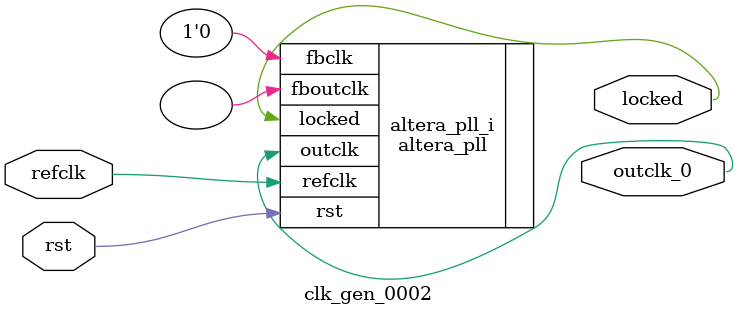
<source format=v>
`timescale 1ns/10ps
module  clk_gen_0002(

	// interface 'refclk'
	input wire refclk,

	// interface 'reset'
	input wire rst,

	// interface 'outclk0'
	output wire outclk_0,

	// interface 'locked'
	output wire locked
);

	altera_pll #(
		.fractional_vco_multiplier("false"),
		.reference_clock_frequency("50.0 MHz"),
		.operation_mode("direct"),
		.number_of_clocks(1),
		.output_clock_frequency0("18.000000 MHz"),
		.phase_shift0("0 ps"),
		.duty_cycle0(50),
		.output_clock_frequency1("0 MHz"),
		.phase_shift1("0 ps"),
		.duty_cycle1(50),
		.output_clock_frequency2("0 MHz"),
		.phase_shift2("0 ps"),
		.duty_cycle2(50),
		.output_clock_frequency3("0 MHz"),
		.phase_shift3("0 ps"),
		.duty_cycle3(50),
		.output_clock_frequency4("0 MHz"),
		.phase_shift4("0 ps"),
		.duty_cycle4(50),
		.output_clock_frequency5("0 MHz"),
		.phase_shift5("0 ps"),
		.duty_cycle5(50),
		.output_clock_frequency6("0 MHz"),
		.phase_shift6("0 ps"),
		.duty_cycle6(50),
		.output_clock_frequency7("0 MHz"),
		.phase_shift7("0 ps"),
		.duty_cycle7(50),
		.output_clock_frequency8("0 MHz"),
		.phase_shift8("0 ps"),
		.duty_cycle8(50),
		.output_clock_frequency9("0 MHz"),
		.phase_shift9("0 ps"),
		.duty_cycle9(50),
		.output_clock_frequency10("0 MHz"),
		.phase_shift10("0 ps"),
		.duty_cycle10(50),
		.output_clock_frequency11("0 MHz"),
		.phase_shift11("0 ps"),
		.duty_cycle11(50),
		.output_clock_frequency12("0 MHz"),
		.phase_shift12("0 ps"),
		.duty_cycle12(50),
		.output_clock_frequency13("0 MHz"),
		.phase_shift13("0 ps"),
		.duty_cycle13(50),
		.output_clock_frequency14("0 MHz"),
		.phase_shift14("0 ps"),
		.duty_cycle14(50),
		.output_clock_frequency15("0 MHz"),
		.phase_shift15("0 ps"),
		.duty_cycle15(50),
		.output_clock_frequency16("0 MHz"),
		.phase_shift16("0 ps"),
		.duty_cycle16(50),
		.output_clock_frequency17("0 MHz"),
		.phase_shift17("0 ps"),
		.duty_cycle17(50),
		.pll_type("General"),
		.pll_subtype("General")
	) altera_pll_i (
		.rst	(rst),
		.outclk	({outclk_0}),
		.locked	(locked),
		.fboutclk	( ),
		.fbclk	(1'b0),
		.refclk	(refclk)
	);
endmodule


</source>
